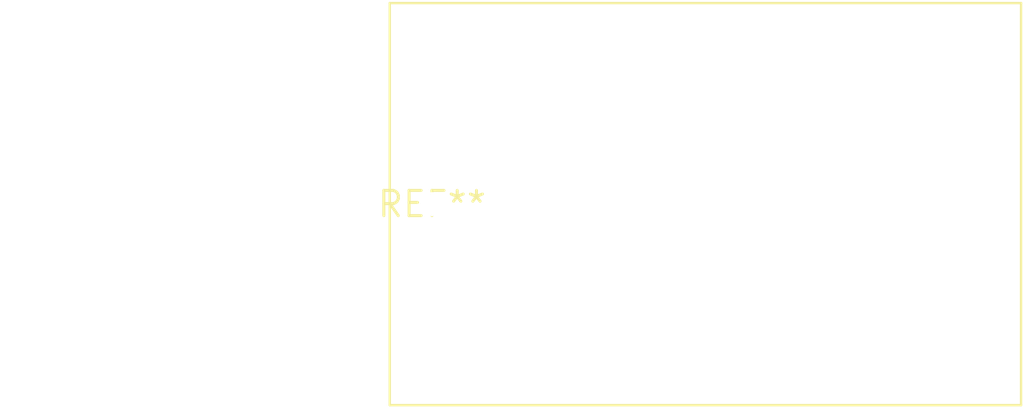
<source format=kicad_pcb>
(kicad_pcb (version 20240108) (generator pcbnew)
  (layers (0 "F.Cu" signal) (31 "B.Cu" signal) (34 "B.Paste" user) (35 "F.Paste" user) (36 "B.SilkS" user "B.Silkscreen") (37 "F.SilkS" user "F.Silkscreen") (38 "B.Mask" user) (39 "F.Mask" user) (44 "Edge.Cuts" user))
  (net 0 "")
  (footprint "C_Rect_L31.5mm_W20.0mm_P27.50mm_MKS4" (layer "F.Cu") (at 0 0)
    (property "Reference" "REF**")
    (property "Value" "C_Rect_L31.5mm_W20.0mm_P27.50mm_MKS4")
    (fp_line (start -2.12 -10.12) (end -2.12 10.12) (layer "F.SilkS") (stroke (width 0.12)))
    (fp_line (start -2.12 -10.12) (end 29.62 -10.12) (layer "F.SilkS") (stroke (width 0.12)))
    (fp_line (start -2.12 10.12) (end 29.62 10.12) (layer "F.SilkS") (stroke (width 0.12)))
    (fp_line (start 29.62 -10.12) (end 29.62 10.12) (layer "F.SilkS") (stroke (width 0.12)))
    (pad "1" thru_hole circle (at 0 0) (size 2.4 2.4) (drill 1.2) (layers *.Cu *.Mask) (remove_unused_layers))
    (pad "2" thru_hole circle (at 27.5 0) (size 2.4 2.4) (drill 1.2) (layers *.Cu *.Mask) (remove_unused_layers))
  )
)
</source>
